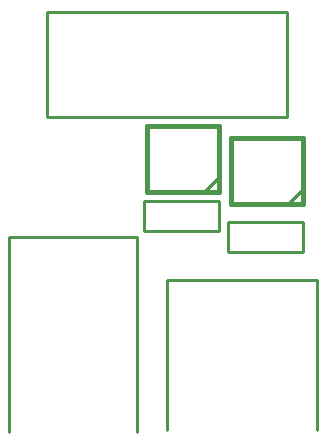
<source format=gbr>
G04 start of page 8 for group -4079 idx -4079 *
G04 Title: (unknown), topsilk *
G04 Creator: pcb 4.2.2 *
G04 CreationDate: Mon Nov  6 18:02:03 2023 UTC *
G04 For: thomasc *
G04 Format: Gerber/RS-274X *
G04 PCB-Dimensions (mil): 1125.00 1500.00 *
G04 PCB-Coordinate-Origin: lower left *
%MOIN*%
%FSLAX25Y25*%
%LNTOPSILK*%
%ADD45C,0.0150*%
%ADD44C,0.0100*%
G54D44*X17500Y145000D02*Y110000D01*
X97500D01*
Y145000D01*
X17500D01*
X5000Y70000D02*Y5000D01*
Y70000D02*X47500D01*
Y5000D01*
X107500Y55500D02*Y5500D01*
X57500Y55500D02*X107500D01*
X57500D02*Y5500D01*
X78000Y75000D02*X103000D01*
Y65000D01*
X78000D01*
Y75000D01*
G54D45*X79000Y103000D02*Y81000D01*
X103000D01*
Y103000D02*Y81000D01*
X79000Y103000D02*X103000D01*
G54D44*X98000Y81000D02*X103000Y86000D01*
X50000Y82000D02*X75000D01*
Y72000D01*
X50000D02*X75000D01*
X50000Y82000D02*Y72000D01*
G54D45*X51000Y107000D02*Y85000D01*
X75000D01*
Y107000D02*Y85000D01*
X51000Y107000D02*X75000D01*
G54D44*X70000Y85000D02*X75000Y90000D01*
M02*

</source>
